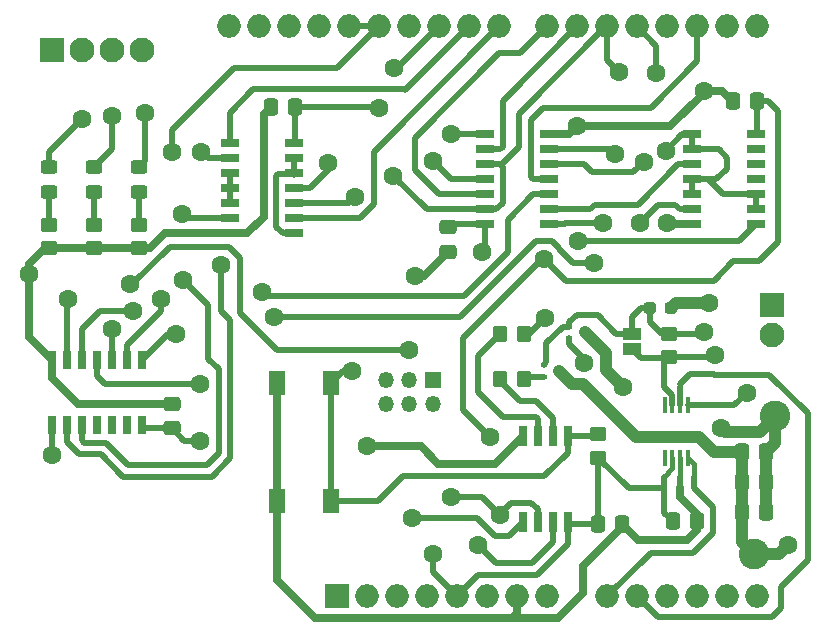
<source format=gbr>
%TF.GenerationSoftware,KiCad,Pcbnew,(6.0.5)*%
%TF.CreationDate,2022-06-24T11:28:33+01:00*%
%TF.ProjectId,Driver PCB,44726976-6572-4205-9043-422e6b696361,0*%
%TF.SameCoordinates,Original*%
%TF.FileFunction,Copper,L1,Top*%
%TF.FilePolarity,Positive*%
%FSLAX46Y46*%
G04 Gerber Fmt 4.6, Leading zero omitted, Abs format (unit mm)*
G04 Created by KiCad (PCBNEW (6.0.5)) date 2022-06-24 11:28:33*
%MOMM*%
%LPD*%
G01*
G04 APERTURE LIST*
G04 Aperture macros list*
%AMRoundRect*
0 Rectangle with rounded corners*
0 $1 Rounding radius*
0 $2 $3 $4 $5 $6 $7 $8 $9 X,Y pos of 4 corners*
0 Add a 4 corners polygon primitive as box body*
4,1,4,$2,$3,$4,$5,$6,$7,$8,$9,$2,$3,0*
0 Add four circle primitives for the rounded corners*
1,1,$1+$1,$2,$3*
1,1,$1+$1,$4,$5*
1,1,$1+$1,$6,$7*
1,1,$1+$1,$8,$9*
0 Add four rect primitives between the rounded corners*
20,1,$1+$1,$2,$3,$4,$5,0*
20,1,$1+$1,$4,$5,$6,$7,0*
20,1,$1+$1,$6,$7,$8,$9,0*
20,1,$1+$1,$8,$9,$2,$3,0*%
G04 Aperture macros list end*
%TA.AperFunction,ComponentPad*%
%ADD10R,2.000000X2.000000*%
%TD*%
%TA.AperFunction,ComponentPad*%
%ADD11O,2.000000X2.000000*%
%TD*%
%TA.AperFunction,SMDPad,CuDef*%
%ADD12C,0.500000*%
%TD*%
%TA.AperFunction,SMDPad,CuDef*%
%ADD13R,0.650000X1.550000*%
%TD*%
%TA.AperFunction,ComponentPad*%
%ADD14R,2.100000X2.100000*%
%TD*%
%TA.AperFunction,ComponentPad*%
%ADD15C,2.100000*%
%TD*%
%TA.AperFunction,SMDPad,CuDef*%
%ADD16RoundRect,0.250000X0.450000X-0.350000X0.450000X0.350000X-0.450000X0.350000X-0.450000X-0.350000X0*%
%TD*%
%TA.AperFunction,SMDPad,CuDef*%
%ADD17R,0.510000X0.400000*%
%TD*%
%TA.AperFunction,SMDPad,CuDef*%
%ADD18R,1.550000X0.650000*%
%TD*%
%TA.AperFunction,SMDPad,CuDef*%
%ADD19RoundRect,0.250000X-0.337500X-0.475000X0.337500X-0.475000X0.337500X0.475000X-0.337500X0.475000X0*%
%TD*%
%TA.AperFunction,SMDPad,CuDef*%
%ADD20RoundRect,0.250000X0.337500X0.475000X-0.337500X0.475000X-0.337500X-0.475000X0.337500X-0.475000X0*%
%TD*%
%TA.AperFunction,SMDPad,CuDef*%
%ADD21R,1.500000X1.000000*%
%TD*%
%TA.AperFunction,SMDPad,CuDef*%
%ADD22RoundRect,0.250000X-0.450000X0.350000X-0.450000X-0.350000X0.450000X-0.350000X0.450000X0.350000X0*%
%TD*%
%TA.AperFunction,ComponentPad*%
%ADD23R,1.350000X1.350000*%
%TD*%
%TA.AperFunction,ComponentPad*%
%ADD24O,1.350000X1.350000*%
%TD*%
%TA.AperFunction,SMDPad,CuDef*%
%ADD25RoundRect,0.250000X0.450000X-0.325000X0.450000X0.325000X-0.450000X0.325000X-0.450000X-0.325000X0*%
%TD*%
%TA.AperFunction,SMDPad,CuDef*%
%ADD26RoundRect,0.237500X0.287500X0.237500X-0.287500X0.237500X-0.287500X-0.237500X0.287500X-0.237500X0*%
%TD*%
%TA.AperFunction,SMDPad,CuDef*%
%ADD27R,0.650000X1.700000*%
%TD*%
%TA.AperFunction,SMDPad,CuDef*%
%ADD28RoundRect,0.250000X-0.475000X0.337500X-0.475000X-0.337500X0.475000X-0.337500X0.475000X0.337500X0*%
%TD*%
%TA.AperFunction,SMDPad,CuDef*%
%ADD29RoundRect,0.250000X0.475000X-0.337500X0.475000X0.337500X-0.475000X0.337500X-0.475000X-0.337500X0*%
%TD*%
%TA.AperFunction,SMDPad,CuDef*%
%ADD30RoundRect,0.250000X0.350000X0.450000X-0.350000X0.450000X-0.350000X-0.450000X0.350000X-0.450000X0*%
%TD*%
%TA.AperFunction,ComponentPad*%
%ADD31C,2.600000*%
%TD*%
%TA.AperFunction,SMDPad,CuDef*%
%ADD32R,1.400000X2.100000*%
%TD*%
%TA.AperFunction,SMDPad,CuDef*%
%ADD33R,0.450000X1.425000*%
%TD*%
%TA.AperFunction,ViaPad*%
%ADD34C,1.600000*%
%TD*%
%TA.AperFunction,Conductor*%
%ADD35C,0.500000*%
%TD*%
%TA.AperFunction,Conductor*%
%ADD36C,1.000000*%
%TD*%
%TA.AperFunction,Conductor*%
%ADD37C,0.650000*%
%TD*%
%TA.AperFunction,Conductor*%
%ADD38C,0.400000*%
%TD*%
%TA.AperFunction,Conductor*%
%ADD39C,0.250000*%
%TD*%
G04 APERTURE END LIST*
%TO.C,NT6*%
G36*
X149830600Y-96766000D02*
G01*
X149330600Y-96766000D01*
X149330600Y-95766000D01*
X149830600Y-95766000D01*
X149830600Y-96766000D01*
G37*
%TO.C,NT5*%
G36*
X151528400Y-89988200D02*
G01*
X150528400Y-89988200D01*
X150528400Y-89488200D01*
X151528400Y-89488200D01*
X151528400Y-89988200D01*
G37*
%TO.C,NT4*%
G36*
X147316000Y-88138000D02*
G01*
X146816000Y-88138000D01*
X146816000Y-87138000D01*
X147316000Y-87138000D01*
X147316000Y-88138000D01*
G37*
%TO.C,NT3*%
G36*
X151299800Y-87372000D02*
G01*
X150299800Y-87372000D01*
X150299800Y-86872000D01*
X151299800Y-86872000D01*
X151299800Y-87372000D01*
G37*
%TO.C,NT2*%
G36*
X148687600Y-96766000D02*
G01*
X148187600Y-96766000D01*
X148187600Y-95766000D01*
X148687600Y-95766000D01*
X148687600Y-96766000D01*
G37*
%TO.C,NT1*%
G36*
X147316000Y-96774000D02*
G01*
X146816000Y-96774000D01*
X146816000Y-95774000D01*
X147316000Y-95774000D01*
X147316000Y-96774000D01*
G37*
%TD*%
D10*
%TO.P,A1,1,NC*%
%TO.N,unconnected-(A1-Pad1)*%
X119380000Y-105918000D03*
D11*
%TO.P,A1,2,IOREF*%
%TO.N,unconnected-(A1-Pad2)*%
X121920000Y-105918000D03*
%TO.P,A1,3,~{RESET}*%
%TO.N,unconnected-(A1-Pad3)*%
X124460000Y-105918000D03*
%TO.P,A1,4,3V3*%
%TO.N,unconnected-(A1-Pad4)*%
X127000000Y-105918000D03*
%TO.P,A1,5,5V*%
%TO.N,D_5V*%
X129540000Y-105918000D03*
%TO.P,A1,6,GND*%
%TO.N,unconnected-(A1-Pad6)*%
X132080000Y-105918000D03*
%TO.P,A1,7,GND*%
%TO.N,D_GND*%
X134620000Y-105918000D03*
%TO.P,A1,8,Vin*%
%TO.N,unconnected-(A1-Pad8)*%
X137160000Y-105918000D03*
%TO.P,A1,9,IS_1*%
%TO.N,CURRENT_SENSE_OUT*%
X142240000Y-105918000D03*
%TO.P,A1,10,IS_2*%
%TO.N,CURRENT_SIGN_OUT*%
X144780000Y-105918000D03*
%TO.P,A1,11,A2*%
%TO.N,unconnected-(A1-Pad11)*%
X147320000Y-105918000D03*
%TO.P,A1,12,A3*%
%TO.N,unconnected-(A1-Pad12)*%
X149860000Y-105918000D03*
%TO.P,A1,13,A4*%
%TO.N,unconnected-(A1-Pad13)*%
X152400000Y-105918000D03*
%TO.P,A1,14,A5*%
%TO.N,unconnected-(A1-Pad14)*%
X154940000Y-105918000D03*
%TO.P,A1,15,D0/RX*%
%TO.N,unconnected-(A1-Pad15)*%
X154940000Y-57658000D03*
%TO.P,A1,16,D1/TX*%
%TO.N,unconnected-(A1-Pad16)*%
X152400000Y-57658000D03*
%TO.P,A1,17,D2*%
%TO.N,SUP_LED_2*%
X149860000Y-57658000D03*
%TO.P,A1,18,IN_1*%
%TO.N,unconnected-(A1-Pad18)*%
X147320000Y-57658000D03*
%TO.P,A1,19,D4*%
%TO.N,LOAD_INPUT*%
X144780000Y-57658000D03*
%TO.P,A1,20,D5*%
%TO.N,STUDENT_ENABLE*%
X142240000Y-57658000D03*
%TO.P,A1,21,D6*%
%TO.N,STU_LED_1*%
X139700000Y-57658000D03*
%TO.P,A1,22,D7*%
%TO.N,STU_LED_2*%
X137160000Y-57658000D03*
%TO.P,A1,23,D8*%
%TO.N,STU_LED_3*%
X133100000Y-57658000D03*
%TO.P,A1,24,D9*%
%TO.N,SUP_LED_3*%
X130560000Y-57658000D03*
%TO.P,A1,25,D10*%
%TO.N,SUP_LED_1*%
X128020000Y-57658000D03*
%TO.P,A1,26,IN_2*%
%TO.N,unconnected-(A1-Pad26)*%
X125480000Y-57658000D03*
%TO.P,A1,27,INH_1*%
%TO.N,DRIVE_INPUT*%
X122940000Y-57658000D03*
%TO.P,A1,28,INH_2*%
X120400000Y-57658000D03*
%TO.P,A1,29,GND*%
%TO.N,unconnected-(A1-Pad29)*%
X117860000Y-57658000D03*
%TO.P,A1,30,AREF*%
%TO.N,unconnected-(A1-Pad30)*%
X115320000Y-57658000D03*
%TO.P,A1,31,SDA/A4*%
%TO.N,unconnected-(A1-Pad31)*%
X112780000Y-57658000D03*
%TO.P,A1,32,SCL/A5*%
%TO.N,unconnected-(A1-Pad32)*%
X110240000Y-57658000D03*
%TD*%
D12*
%TO.P,NT6,1,1*%
%TO.N,Net-(IC5-Pad8)*%
X149580600Y-95766000D03*
%TO.P,NT6,2,2*%
%TO.N,CURRENT_SENSE_OUT*%
X149580600Y-96766000D03*
%TD*%
%TO.P,NT5,2,2*%
%TO.N,Net-(IC5-Pad1)*%
X150528400Y-89738200D03*
%TO.P,NT5,1,1*%
%TO.N,Net-(D4-Pad2)*%
X151528400Y-89738200D03*
%TD*%
%TO.P,NT4,2,2*%
%TO.N,Net-(IC5-Pad3)*%
X147066000Y-88138000D03*
%TO.P,NT4,1,1*%
%TO.N,Net-(J2-Pad2)*%
X147066000Y-87138000D03*
%TD*%
%TO.P,NT3,1,1*%
%TO.N,CURRENT_SIGN_OUT*%
X151299800Y-87122000D03*
%TO.P,NT3,2,2*%
%TO.N,Net-(IC5-Pad2)*%
X150299800Y-87122000D03*
%TD*%
%TO.P,NT2,2,2*%
%TO.N,D_GND*%
X148437600Y-96766000D03*
%TO.P,NT2,1,1*%
%TO.N,Net-(IC5-Pad7)*%
X148437600Y-95766000D03*
%TD*%
%TO.P,NT1,1,1*%
%TO.N,Net-(IC5-Pad6)*%
X147066000Y-95774000D03*
%TO.P,NT1,2,2*%
%TO.N,D_5V*%
X147066000Y-96774000D03*
%TD*%
D13*
%TO.P,IC4,1,A1*%
%TO.N,AND_SUP_LED_1*%
X102870000Y-85921000D03*
%TO.P,IC4,2,B1*%
%TO.N,AND_STU_LED_1*%
X101600000Y-85921000D03*
%TO.P,IC4,3,Y1*%
%TO.N,OR_OUT_1*%
X100330000Y-85921000D03*
%TO.P,IC4,4,A2*%
%TO.N,AND_SUP_LED_2*%
X99060000Y-85921000D03*
%TO.P,IC4,5,B2*%
%TO.N,AND_STU_LED_2*%
X97790000Y-85921000D03*
%TO.P,IC4,6,Y2*%
%TO.N,OR_OUT_2*%
X96520000Y-85921000D03*
%TO.P,IC4,7,GND*%
%TO.N,D_GND*%
X95250000Y-85921000D03*
%TO.P,IC4,8,Y3*%
%TO.N,OR_OUT_3*%
X95250000Y-91371000D03*
%TO.P,IC4,9,A3*%
%TO.N,AND_SUP_LED_3*%
X96520000Y-91371000D03*
%TO.P,IC4,10,B3*%
%TO.N,AND_STU_LED_3*%
X97790000Y-91371000D03*
%TO.P,IC4,11,Y4*%
%TO.N,unconnected-(IC4-Pad11)*%
X99060000Y-91371000D03*
%TO.P,IC4,12,A4*%
%TO.N,unconnected-(IC4-Pad12)*%
X100330000Y-91371000D03*
%TO.P,IC4,13,B4*%
%TO.N,unconnected-(IC4-Pad13)*%
X101600000Y-91371000D03*
%TO.P,IC4,14,VCC*%
%TO.N,D_5V*%
X102870000Y-91371000D03*
%TD*%
D14*
%TO.P,J2,1,Pin_1*%
%TO.N,DRIVE_GND*%
X156210000Y-81280000D03*
D15*
%TO.P,J2,2,Pin_2*%
%TO.N,Net-(J2-Pad2)*%
X156210000Y-83820000D03*
%TD*%
D16*
%TO.P,R3,2*%
%TO.N,Net-(D3-Pad1)*%
X94996000Y-74431000D03*
%TO.P,R3,1*%
%TO.N,D_GND*%
X94996000Y-76431000D03*
%TD*%
D17*
%TO.P,Q2,1,C*%
%TO.N,Net-(D4-Pad2)*%
X136870600Y-86317200D03*
%TO.P,Q2,2,B*%
%TO.N,Net-(Q2-Pad2)*%
X136870600Y-87317200D03*
%TO.P,Q2,3,E*%
%TO.N,DRIVE_GND*%
X138160600Y-86817200D03*
%TD*%
D14*
%TO.P,J4,1,Pin_1*%
%TO.N,D_GND*%
X95245000Y-59690000D03*
D15*
%TO.P,J4,2,Pin_2*%
%TO.N,OR_OUT_3*%
X97785000Y-59690000D03*
%TO.P,J4,3,Pin_3*%
%TO.N,OR_OUT_2*%
X100325000Y-59690000D03*
%TO.P,J4,4,Pin_4*%
%TO.N,OR_OUT_1*%
X102865000Y-59690000D03*
%TD*%
D18*
%TO.P,IC3,1,A1*%
%TO.N,STUDENT_ENABLE*%
X149421000Y-66802000D03*
%TO.P,IC3,2,B1*%
X149421000Y-68072000D03*
%TO.P,IC3,3,Y1*%
%TO.N,INV_1*%
X149421000Y-69342000D03*
%TO.P,IC3,4,A2*%
%TO.N,STUDENT_ENABLE*%
X149421000Y-70612000D03*
%TO.P,IC3,5,B2*%
X149421000Y-71882000D03*
%TO.P,IC3,6,Y2*%
%TO.N,INV_2*%
X149421000Y-73152000D03*
%TO.P,IC3,7,GND*%
%TO.N,D_GND*%
X149421000Y-74422000D03*
%TO.P,IC3,8,Y3*%
%TO.N,INV_3*%
X154871000Y-74422000D03*
%TO.P,IC3,9,A3*%
%TO.N,STUDENT_ENABLE*%
X154871000Y-73152000D03*
%TO.P,IC3,10,B3*%
X154871000Y-71882000D03*
%TO.P,IC3,11,Y4*%
%TO.N,unconnected-(IC3-Pad11)*%
X154871000Y-70612000D03*
%TO.P,IC3,12,A4*%
%TO.N,unconnected-(IC3-Pad12)*%
X154871000Y-69342000D03*
%TO.P,IC3,13,B4*%
%TO.N,unconnected-(IC3-Pad13)*%
X154871000Y-68072000D03*
%TO.P,IC3,14,VCC*%
%TO.N,D_5V*%
X154871000Y-66802000D03*
%TD*%
%TO.P,IC2,14,VCC*%
%TO.N,D_5V*%
X115755000Y-67564000D03*
%TO.P,IC2,13,B4*%
%TO.N,Net-(IC2-Pad12)*%
X115755000Y-68834000D03*
%TO.P,IC2,12,A4*%
X115755000Y-70104000D03*
%TO.P,IC2,11,Y4*%
%TO.N,AND_STU_LED_3*%
X115755000Y-71374000D03*
%TO.P,IC2,10,B3*%
%TO.N,STUDENT_ENABLE*%
X115755000Y-72644000D03*
%TO.P,IC2,9,A3*%
%TO.N,STU_LED_3*%
X115755000Y-73914000D03*
%TO.P,IC2,8,Y3*%
%TO.N,Net-(IC2-Pad12)*%
X115755000Y-75184000D03*
%TO.P,IC2,7,GND*%
%TO.N,D_GND*%
X110305000Y-75184000D03*
%TO.P,IC2,6,Y2*%
%TO.N,AND_SUP_LED_3*%
X110305000Y-73914000D03*
%TO.P,IC2,5,B2*%
%TO.N,Net-(IC2-Pad3)*%
X110305000Y-72644000D03*
%TO.P,IC2,4,A2*%
X110305000Y-71374000D03*
%TO.P,IC2,3,Y1*%
X110305000Y-70104000D03*
%TO.P,IC2,2,B1*%
%TO.N,INV_3*%
X110305000Y-68834000D03*
%TO.P,IC2,1,A1*%
%TO.N,SUP_LED_3*%
X110305000Y-67564000D03*
%TD*%
D19*
%TO.P,C8,2*%
%TO.N,D_GND*%
X143531500Y-99800500D03*
%TO.P,C8,1*%
%TO.N,D_5V*%
X141456500Y-99800500D03*
%TD*%
D17*
%TO.P,Q1,1,C*%
%TO.N,Net-(D4-Pad2)*%
X139055000Y-83066000D03*
%TO.P,Q1,2,B*%
%TO.N,Net-(Q1-Pad2)*%
X139055000Y-84066000D03*
%TO.P,Q1,3,E*%
%TO.N,DRIVE_5V*%
X140345000Y-83566000D03*
%TD*%
D16*
%TO.P,R2,1*%
%TO.N,D_GND*%
X98806000Y-76431000D03*
%TO.P,R2,2*%
%TO.N,Net-(D2-Pad1)*%
X98806000Y-74431000D03*
%TD*%
D20*
%TO.P,C3,1*%
%TO.N,DRIVE_5V*%
X155702000Y-98806000D03*
%TO.P,C3,2*%
%TO.N,DRIVE_GND*%
X153627000Y-98806000D03*
%TD*%
D21*
%TO.P,JP1,1,A*%
%TO.N,Net-(D4-Pad2)*%
X144345739Y-83668761D03*
%TO.P,JP1,2,B*%
%TO.N,Net-(J2-Pad2)*%
X144345739Y-84968761D03*
%TD*%
D22*
%TO.P,R7,1*%
%TO.N,Net-(D4-Pad2)*%
X147520739Y-83668761D03*
%TO.P,R7,2*%
%TO.N,Net-(J2-Pad2)*%
X147520739Y-85668761D03*
%TD*%
D19*
%TO.P,C9,2*%
%TO.N,D_GND*%
X149860000Y-99568000D03*
%TO.P,C9,1*%
%TO.N,D_5V*%
X147785000Y-99568000D03*
%TD*%
D23*
%TO.P,J1,1,MISO*%
%TO.N,LOAD_INPUT*%
X127508000Y-87630000D03*
D24*
%TO.P,J1,2,VCC*%
%TO.N,D_5V*%
X127508000Y-89630000D03*
%TO.P,J1,3,SCK*%
%TO.N,DRIVE_INPUT*%
X125508000Y-87630000D03*
%TO.P,J1,4,MOSI*%
%TO.N,Net-(J1-Pad4)*%
X125508000Y-89630000D03*
%TO.P,J1,5,~{RST}*%
%TO.N,Net-(J1-Pad5)*%
X123508000Y-87630000D03*
%TO.P,J1,6,GND*%
%TO.N,D_GND*%
X123508000Y-89630000D03*
%TD*%
D25*
%TO.P,D1,1,K*%
%TO.N,Net-(D1-Pad1)*%
X102616000Y-71646000D03*
%TO.P,D1,2,A*%
%TO.N,OR_OUT_1*%
X102616000Y-69596000D03*
%TD*%
D20*
%TO.P,C2,1*%
%TO.N,DRIVE_5V*%
X155702000Y-96266000D03*
%TO.P,C2,2*%
%TO.N,DRIVE_GND*%
X153627000Y-96266000D03*
%TD*%
D25*
%TO.P,D3,1,K*%
%TO.N,Net-(D3-Pad1)*%
X94996000Y-71646000D03*
%TO.P,D3,2,A*%
%TO.N,OR_OUT_3*%
X94996000Y-69596000D03*
%TD*%
D26*
%TO.P,D4,1,A*%
%TO.N,DRIVE_GND*%
X147645000Y-81507022D03*
%TO.P,D4,2,K*%
%TO.N,Net-(D4-Pad2)*%
X145895000Y-81507022D03*
%TD*%
D22*
%TO.P,R6,2*%
%TO.N,D_5V*%
X141478000Y-94180500D03*
%TO.P,R6,1*%
%TO.N,Net-(J1-Pad5)*%
X141478000Y-92180500D03*
%TD*%
D25*
%TO.P,D2,1,K*%
%TO.N,Net-(D2-Pad1)*%
X98806000Y-71646000D03*
%TO.P,D2,2,A*%
%TO.N,OR_OUT_2*%
X98806000Y-69596000D03*
%TD*%
D20*
%TO.P,C5,1*%
%TO.N,D_5V*%
X115824000Y-64516000D03*
%TO.P,C5,2*%
%TO.N,D_GND*%
X113749000Y-64516000D03*
%TD*%
D27*
%TO.P,U10,8,VCC*%
%TO.N,D_5V*%
X138938000Y-99640500D03*
%TO.P,U10,7,PB2*%
%TO.N,DRIVE_INPUT*%
X137668000Y-99640500D03*
%TO.P,U10,6,PB1*%
%TO.N,LOAD_INPUT*%
X136398000Y-99640500D03*
%TO.P,U10,5,AREF/PB0*%
%TO.N,Net-(J1-Pad4)*%
X135128000Y-99640500D03*
%TO.P,U10,4,GND*%
%TO.N,D_GND*%
X135128000Y-92340500D03*
%TO.P,U10,3,XTAL2/PB4*%
%TO.N,DRIVE_MCU*%
X136398000Y-92340500D03*
%TO.P,U10,2,XTAL1/PB3*%
%TO.N,LOAD_MCU*%
X137668000Y-92340500D03*
%TO.P,U10,1,~{RESET}/PB5*%
%TO.N,Net-(J1-Pad5)*%
X138938000Y-92340500D03*
%TD*%
D28*
%TO.P,C4,1*%
%TO.N,D_5V*%
X128778000Y-74676000D03*
%TO.P,C4,2*%
%TO.N,D_GND*%
X128778000Y-76751000D03*
%TD*%
D29*
%TO.P,C7,1*%
%TO.N,D_5V*%
X105410000Y-91694000D03*
%TO.P,C7,2*%
%TO.N,D_GND*%
X105410000Y-89619000D03*
%TD*%
D30*
%TO.P,R5,2*%
%TO.N,LOAD_MCU*%
X133185739Y-87478761D03*
%TO.P,R5,1*%
%TO.N,Net-(Q2-Pad2)*%
X135185739Y-87478761D03*
%TD*%
%TO.P,R4,2*%
%TO.N,DRIVE_MCU*%
X133185739Y-83668761D03*
%TO.P,R4,1*%
%TO.N,Net-(Q1-Pad2)*%
X135185739Y-83668761D03*
%TD*%
D31*
%TO.P,J7,1,Pin_1*%
%TO.N,DRIVE_5V*%
X156464000Y-90678000D03*
%TD*%
%TO.P,J5,1,Pin_1*%
%TO.N,DRIVE_GND*%
X154686000Y-102362000D03*
%TD*%
D20*
%TO.P,C1,1*%
%TO.N,DRIVE_5V*%
X155702000Y-93726000D03*
%TO.P,C1,2*%
%TO.N,DRIVE_GND*%
X153627000Y-93726000D03*
%TD*%
D32*
%TO.P,SW1,1,1*%
%TO.N,D_GND*%
X114336000Y-97876000D03*
X114336000Y-87876000D03*
%TO.P,SW1,2,2*%
%TO.N,Net-(J1-Pad5)*%
X118836000Y-97876000D03*
X118836000Y-87876000D03*
%TD*%
D16*
%TO.P,R1,1*%
%TO.N,D_GND*%
X102616000Y-76431000D03*
%TO.P,R1,2*%
%TO.N,Net-(D1-Pad1)*%
X102616000Y-74431000D03*
%TD*%
D20*
%TO.P,C6,1*%
%TO.N,D_5V*%
X154940000Y-64008000D03*
%TO.P,C6,2*%
%TO.N,D_GND*%
X152865000Y-64008000D03*
%TD*%
D18*
%TO.P,IC1,1,1A*%
%TO.N,SUP_LED_1*%
X137323500Y-74422000D03*
%TO.P,IC1,2,1B*%
%TO.N,INV_1*%
X137323500Y-73152000D03*
%TO.P,IC1,3,1Y*%
%TO.N,AND_SUP_LED_1*%
X137323500Y-71882000D03*
%TO.P,IC1,4,2A*%
%TO.N,SUP_LED_2*%
X137323500Y-70612000D03*
%TO.P,IC1,5,2B*%
%TO.N,INV_2*%
X137323500Y-69342000D03*
%TO.P,IC1,6,2Y*%
%TO.N,AND_SUP_LED_2*%
X137323500Y-68072000D03*
%TO.P,IC1,7,GND*%
%TO.N,D_GND*%
X137323500Y-66802000D03*
%TO.P,IC1,8,3Y*%
%TO.N,AND_STU_LED_1*%
X131873500Y-66802000D03*
%TO.P,IC1,9,3A*%
%TO.N,STU_LED_1*%
X131873500Y-68072000D03*
%TO.P,IC1,10,3B*%
%TO.N,STUDENT_ENABLE*%
X131873500Y-69342000D03*
%TO.P,IC1,11,4Y*%
%TO.N,AND_STU_LED_2*%
X131873500Y-70612000D03*
%TO.P,IC1,12,4A*%
%TO.N,STU_LED_2*%
X131873500Y-71882000D03*
%TO.P,IC1,13,4B*%
%TO.N,STUDENT_ENABLE*%
X131873500Y-73152000D03*
%TO.P,IC1,14,VCC*%
%TO.N,D_5V*%
X131873500Y-74422000D03*
%TD*%
D33*
%TO.P,IC5,1,RS-*%
%TO.N,Net-(IC5-Pad1)*%
X149057000Y-89736000D03*
%TO.P,IC5,2,SIGN*%
%TO.N,Net-(IC5-Pad2)*%
X148407000Y-89736000D03*
%TO.P,IC5,3,RS+*%
%TO.N,Net-(IC5-Pad3)*%
X147757000Y-89736000D03*
%TO.P,IC5,4,N.C._1*%
%TO.N,unconnected-(IC5-Pad4)*%
X147107000Y-89736000D03*
%TO.P,IC5,5,N.C._2*%
%TO.N,unconnected-(IC5-Pad5)*%
X147107000Y-94160000D03*
%TO.P,IC5,6,VCC*%
%TO.N,Net-(IC5-Pad6)*%
X147757000Y-94160000D03*
%TO.P,IC5,7,GND*%
%TO.N,Net-(IC5-Pad7)*%
X148407000Y-94160000D03*
%TO.P,IC5,8,OUT*%
%TO.N,Net-(IC5-Pad8)*%
X149057000Y-94160000D03*
%TD*%
D34*
%TO.N,AND_SUP_LED_2*%
X141170056Y-77673100D03*
X114077392Y-82301992D03*
%TO.N,D_GND*%
X150418800Y-63093600D03*
X139700000Y-66116200D03*
%TO.N,Net-(Q1-Pad2)*%
X136982200Y-82346800D03*
X140284200Y-86131400D03*
%TO.N,DRIVE_INPUT*%
X125476000Y-85090000D03*
%TO.N,D_5V*%
X132359500Y-92456000D03*
%TO.N,D_GND*%
X147329881Y-74295100D03*
%TO.N,DRIVE_5V*%
X143586200Y-88214200D03*
X151880322Y-91622153D03*
%TO.N,DRIVE_GND*%
X157558500Y-101600000D03*
%TO.N,Net-(D4-Pad2)*%
X154051000Y-88696800D03*
X150421671Y-83503497D03*
%TO.N,DRIVE_INPUT*%
X101879500Y-79502000D03*
X105410000Y-68326000D03*
%TO.N,INV_3*%
X107900917Y-68307181D03*
%TO.N,LOAD_INPUT*%
X133157377Y-99056711D03*
X146405600Y-61595000D03*
%TO.N,D_5V*%
X107794088Y-92731988D03*
%TO.N,Net-(J1-Pad5)*%
X120615406Y-86818900D03*
%TO.N,LOAD_INPUT*%
X129057500Y-97536000D03*
%TO.N,DRIVE_INPUT*%
X131318000Y-101600000D03*
%TO.N,D_GND*%
X121920000Y-93218000D03*
%TO.N,D_5V*%
X127508000Y-102362000D03*
%TO.N,Net-(J1-Pad4)*%
X125730000Y-99314000D03*
%TO.N,Net-(J2-Pad2)*%
X151343423Y-85480322D03*
%TO.N,DRIVE_GND*%
X150878431Y-81057390D03*
%TO.N,D_GND*%
X125984000Y-78789100D03*
%TO.N,D_5V*%
X136933074Y-77366799D03*
X122936000Y-64590980D03*
X131652924Y-76788924D03*
%TO.N,AND_STU_LED_1*%
X129032000Y-66802000D03*
X104454605Y-80724442D03*
%TO.N,AND_STU_LED_3*%
X118603208Y-69179383D03*
X106371642Y-79167862D03*
%TO.N,AND_SUP_LED_1*%
X105754345Y-83703230D03*
X113049946Y-80182346D03*
%TO.N,AND_SUP_LED_2*%
X142890618Y-68426500D03*
X107797500Y-87934800D03*
%TO.N,AND_SUP_LED_3*%
X106242710Y-73559500D03*
X109561219Y-77874900D03*
%TO.N,INV_3*%
X139759733Y-75844600D03*
%TO.N,SUP_LED_1*%
X141888021Y-74295100D03*
X124206000Y-61214000D03*
%TO.N,AND_STU_LED_2*%
X127517020Y-69088000D03*
X102108000Y-81788000D03*
%TO.N,STUDENT_ENABLE*%
X124130848Y-70282848D03*
X120929400Y-72085200D03*
%TO.N,OR_OUT_2*%
X96570900Y-80772000D03*
%TO.N,OR_OUT_3*%
X95260813Y-93925290D03*
%TO.N,OR_OUT_1*%
X100330000Y-83312000D03*
%TO.N,D_GND*%
X93319600Y-78638400D03*
%TO.N,OR_OUT_1*%
X103124000Y-65024000D03*
%TO.N,OR_OUT_2*%
X100330000Y-65278000D03*
%TO.N,OR_OUT_3*%
X97790000Y-65532000D03*
%TO.N,STUDENT_ENABLE*%
X143234033Y-61483989D03*
X147236447Y-68191720D03*
%TO.N,INV_2*%
X145347751Y-69108636D03*
X145041585Y-74295100D03*
%TD*%
D35*
%TO.N,DRIVE_INPUT*%
X110642400Y-61214000D02*
X105410000Y-66446400D01*
X119384000Y-61214000D02*
X110642400Y-61214000D01*
X122940000Y-57658000D02*
X119384000Y-61214000D01*
X105410000Y-66446400D02*
X105410000Y-68326000D01*
%TO.N,STUDENT_ENABLE*%
X133346056Y-69342000D02*
X131873500Y-69342000D01*
X134799469Y-67888587D02*
X133346056Y-69342000D01*
X142174183Y-57658000D02*
X134799469Y-65032714D01*
X142240000Y-57658000D02*
X142174183Y-57658000D01*
X134799469Y-65032714D02*
X134799469Y-67888587D01*
%TO.N,AND_SUP_LED_3*%
X96520000Y-92843556D02*
X96520000Y-91371000D01*
X97571474Y-93895030D02*
X96520000Y-92843556D01*
X99364909Y-93895031D02*
X97571474Y-93895030D01*
X101253278Y-95783400D02*
X99364909Y-93895031D01*
X108753922Y-95783400D02*
X101253278Y-95783400D01*
X110346511Y-94190811D02*
X108753922Y-95783400D01*
X110346511Y-82517138D02*
X110346511Y-94190811D01*
X109561219Y-81731846D02*
X110346511Y-82517138D01*
X109561219Y-77874900D02*
X109561219Y-81731846D01*
%TO.N,AND_STU_LED_3*%
X97985489Y-92895511D02*
X97790000Y-92700022D01*
X108339911Y-94783889D02*
X101667289Y-94783889D01*
X108487779Y-85784379D02*
X109347000Y-86643600D01*
X97790000Y-92700022D02*
X97790000Y-91371000D01*
X106371642Y-79167862D02*
X108487779Y-81283999D01*
X108487779Y-81283999D02*
X108487779Y-85784379D01*
X101667289Y-94783889D02*
X99778911Y-92895511D01*
X109347000Y-86643600D02*
X109347000Y-93776800D01*
X99778911Y-92895511D02*
X97985489Y-92895511D01*
X109347000Y-93776800D02*
X108339911Y-94783889D01*
%TO.N,D_5V*%
X106447988Y-92731988D02*
X107794088Y-92731988D01*
X105410000Y-91694000D02*
X106447988Y-92731988D01*
%TO.N,AND_SUP_LED_2*%
X99744778Y-87934800D02*
X107797500Y-87934800D01*
X99060000Y-87250022D02*
X99744778Y-87934800D01*
X99060000Y-85921000D02*
X99060000Y-87250022D01*
%TO.N,STUDENT_ENABLE*%
X151485600Y-70612000D02*
X150750022Y-70612000D01*
X152374600Y-69723000D02*
X151485600Y-70612000D01*
X152374600Y-68757800D02*
X152374600Y-69723000D01*
X151688800Y-68072000D02*
X152374600Y-68757800D01*
X149421000Y-68072000D02*
X151688800Y-68072000D01*
%TO.N,D_5V*%
X138788875Y-79222600D02*
X136933074Y-77366799D01*
X151257000Y-79222600D02*
X138788875Y-79222600D01*
X156718000Y-64820800D02*
X156718000Y-75946000D01*
X156718000Y-75946000D02*
X155117800Y-77546200D01*
X155905200Y-64008000D02*
X156718000Y-64820800D01*
X154940000Y-64008000D02*
X155905200Y-64008000D01*
X155117800Y-77546200D02*
X152933400Y-77546200D01*
X152933400Y-77546200D02*
X151257000Y-79222600D01*
%TO.N,AND_SUP_LED_2*%
X139396907Y-77673100D02*
X141170056Y-77673100D01*
X138210232Y-76486425D02*
X139396907Y-77673100D01*
X138210232Y-76435625D02*
X138210232Y-76486425D01*
X137591906Y-75817299D02*
X138210232Y-76435625D01*
X114148102Y-82231282D02*
X129815413Y-82231282D01*
X114077392Y-82301992D02*
X114148102Y-82231282D01*
X129815413Y-82231282D02*
X136229396Y-75817299D01*
X136229396Y-75817299D02*
X137591906Y-75817299D01*
D36*
%TO.N,DRIVE_GND*%
X147645000Y-81507022D02*
X148094632Y-81057390D01*
X148094632Y-81057390D02*
X150878431Y-81057390D01*
D35*
%TO.N,DRIVE_INPUT*%
X111174099Y-77249365D02*
X111174099Y-81931204D01*
X111174099Y-81931204D02*
X114332895Y-85090000D01*
X114332895Y-85090000D02*
X125476000Y-85090000D01*
X110250134Y-76325400D02*
X111174099Y-77249365D01*
X105197522Y-76325400D02*
X110250134Y-76325400D01*
X101879500Y-79502000D02*
X102020922Y-79502000D01*
X102020922Y-79502000D02*
X105197522Y-76325400D01*
D37*
%TO.N,D_GND*%
X103572334Y-76431000D02*
X104819334Y-75184000D01*
X104819334Y-75184000D02*
X110305000Y-75184000D01*
X102616000Y-76431000D02*
X103572334Y-76431000D01*
D35*
%TO.N,AND_SUP_LED_3*%
X106597210Y-73914000D02*
X106242710Y-73559500D01*
X110305000Y-73914000D02*
X106597210Y-73914000D01*
%TO.N,INV_1*%
X144871023Y-72745599D02*
X148274622Y-69342000D01*
X141246196Y-72745599D02*
X144871023Y-72745599D01*
X140839795Y-73152000D02*
X141246196Y-72745599D01*
X137323500Y-73152000D02*
X140839795Y-73152000D01*
%TO.N,SUP_LED_1*%
X137323500Y-74422000D02*
X138598500Y-74422000D01*
%TO.N,INV_1*%
X148274622Y-69342000D02*
X149421000Y-69342000D01*
%TO.N,SUP_LED_1*%
X138598500Y-74422000D02*
X138725400Y-74295100D01*
X138725400Y-74295100D02*
X141888021Y-74295100D01*
%TO.N,INV_3*%
X153448400Y-75844600D02*
X139759733Y-75844600D01*
X154871000Y-74422000D02*
X153448400Y-75844600D01*
%TO.N,INV_2*%
X147971706Y-72745599D02*
X146591086Y-72745599D01*
D37*
%TO.N,D_GND*%
X147456781Y-74422000D02*
X147329881Y-74295100D01*
X149421000Y-74422000D02*
X147456781Y-74422000D01*
D35*
%TO.N,INV_2*%
X146591086Y-72745599D02*
X145041585Y-74295100D01*
X149421000Y-73152000D02*
X148378107Y-73152000D01*
X148378107Y-73152000D02*
X147971706Y-72745599D01*
%TO.N,Net-(IC5-Pad3)*%
X147757000Y-88871800D02*
X147066000Y-88180800D01*
%TO.N,Net-(D4-Pad2)*%
X153009600Y-89738200D02*
X154051000Y-88696800D01*
X151528400Y-89738200D02*
X153009600Y-89738200D01*
%TO.N,Net-(IC5-Pad1)*%
X149057000Y-89736000D02*
X150526200Y-89736000D01*
%TO.N,Net-(D4-Pad2)*%
X146889361Y-83668761D02*
X147520739Y-83668761D01*
X145895000Y-82674400D02*
X146889361Y-83668761D01*
X145895000Y-81507022D02*
X145895000Y-82674400D01*
X145086378Y-81507022D02*
X144345739Y-82247661D01*
X145895000Y-81507022D02*
X145086378Y-81507022D01*
X144345739Y-82247661D02*
X144345739Y-83668761D01*
%TO.N,Net-(IC5-Pad2)*%
X149250400Y-87122000D02*
X150299800Y-87122000D01*
X148407000Y-87965400D02*
X149250400Y-87122000D01*
%TO.N,CURRENT_SIGN_OUT*%
X155964000Y-87130000D02*
X151282400Y-87130000D01*
%TO.N,Net-(J2-Pad2)*%
X151154984Y-85668761D02*
X151343423Y-85480322D01*
X147520739Y-85668761D02*
X151154984Y-85668761D01*
%TO.N,Net-(IC5-Pad3)*%
X147757000Y-89736000D02*
X147757000Y-88871800D01*
%TO.N,Net-(D4-Pad2)*%
X150256407Y-83668761D02*
X150421671Y-83503497D01*
X147520739Y-83668761D02*
X150256407Y-83668761D01*
%TO.N,D_5V*%
X131873500Y-76568348D02*
X131652924Y-76788924D01*
%TO.N,AND_SUP_LED_1*%
X130165973Y-80467200D02*
X113334800Y-80467200D01*
X135994478Y-71882000D02*
X133858000Y-74018478D01*
X113334800Y-80467200D02*
X113049946Y-80182346D01*
X137323500Y-71882000D02*
X135994478Y-71882000D01*
X133858000Y-76775173D02*
X130165973Y-80467200D01*
%TO.N,D_5V*%
X131873500Y-74422000D02*
X131873500Y-76568348D01*
%TO.N,AND_SUP_LED_1*%
X133858000Y-74018478D02*
X133858000Y-76775173D01*
%TO.N,STU_LED_3*%
X122478901Y-68279099D02*
X133100000Y-57658000D01*
X122478901Y-72727025D02*
X122478901Y-68279099D01*
X115755000Y-73914000D02*
X121291926Y-73914000D01*
%TO.N,STUDENT_ENABLE*%
X120370600Y-72644000D02*
X120929400Y-72085200D01*
X115755000Y-72644000D02*
X120370600Y-72644000D01*
%TO.N,STU_LED_3*%
X121291926Y-73914000D02*
X122478901Y-72727025D01*
D36*
%TO.N,DRIVE_GND*%
X139274301Y-87930901D02*
X138160600Y-86817200D01*
X140204101Y-87930901D02*
X139274301Y-87930901D01*
X144721189Y-92447989D02*
X140204101Y-87930901D01*
X150000991Y-92447989D02*
X144721189Y-92447989D01*
X153627000Y-93726000D02*
X151279002Y-93726000D01*
X151279002Y-93726000D02*
X150000991Y-92447989D01*
D35*
%TO.N,Net-(D4-Pad2)*%
X143003161Y-83668761D02*
X144345739Y-83668761D01*
X141452600Y-82118200D02*
X143003161Y-83668761D01*
X139654600Y-82118200D02*
X141452600Y-82118200D01*
X139055000Y-82717800D02*
X139654600Y-82118200D01*
X139055000Y-83066000D02*
X139055000Y-82717800D01*
%TO.N,Net-(J2-Pad2)*%
X147489900Y-85699600D02*
X147520739Y-85668761D01*
X145076578Y-85699600D02*
X147489900Y-85699600D01*
X144345739Y-84968761D02*
X145076578Y-85699600D01*
%TO.N,Net-(D4-Pad2)*%
X138498200Y-83066000D02*
X139055000Y-83066000D01*
X137083800Y-86104000D02*
X137083800Y-84480400D01*
X136870600Y-86317200D02*
X137083800Y-86104000D01*
X137083800Y-84480400D02*
X138498200Y-83066000D01*
%TO.N,Net-(Q1-Pad2)*%
X135660239Y-83668761D02*
X136982200Y-82346800D01*
X135185739Y-83668761D02*
X135660239Y-83668761D01*
X140284200Y-85775800D02*
X140284200Y-86131400D01*
X139055000Y-84546600D02*
X140284200Y-85775800D01*
X139055000Y-84066000D02*
X139055000Y-84546600D01*
%TO.N,STUDENT_ENABLE*%
X142240000Y-60489956D02*
X143234033Y-61483989D01*
X142240000Y-57658000D02*
X142240000Y-60489956D01*
%TO.N,SUP_LED_2*%
X149860000Y-60623234D02*
X149860000Y-57658000D01*
X145940133Y-64543101D02*
X149860000Y-60623234D01*
X136853499Y-64543101D02*
X145940133Y-64543101D01*
X135798989Y-70416511D02*
X135798989Y-65597611D01*
X135994478Y-70612000D02*
X135798989Y-70416511D01*
X137323500Y-70612000D02*
X135994478Y-70612000D01*
%TO.N,LOAD_INPUT*%
X146405600Y-59283600D02*
X146405600Y-61595000D01*
X144780000Y-57658000D02*
X146405600Y-59283600D01*
%TO.N,SUP_LED_2*%
X135798989Y-65597611D02*
X136853499Y-64543101D01*
D37*
%TO.N,D_GND*%
X143531500Y-99800500D02*
X144889889Y-101158889D01*
D35*
%TO.N,CURRENT_SENSE_OUT*%
X151197020Y-98382420D02*
X149580600Y-96766000D01*
D37*
%TO.N,D_GND*%
X144889889Y-101158889D02*
X149031111Y-101158889D01*
X149031111Y-101158889D02*
X149860000Y-100330000D01*
D35*
%TO.N,CURRENT_SENSE_OUT*%
X149476188Y-102233400D02*
X151197020Y-100512568D01*
X151197020Y-100512568D02*
X151197020Y-98382420D01*
X145924600Y-102233400D02*
X149476188Y-102233400D01*
X142240000Y-105918000D02*
X145924600Y-102233400D01*
D37*
%TO.N,D_GND*%
X149860000Y-100330000D02*
X149860000Y-99568000D01*
D36*
%TO.N,DRIVE_5V*%
X142134501Y-86762501D02*
X143586200Y-88214200D01*
X142134501Y-85300501D02*
X142134501Y-86762501D01*
X140400000Y-83566000D02*
X142134501Y-85300501D01*
X140345000Y-83566000D02*
X140400000Y-83566000D01*
X155164000Y-91978000D02*
X152236169Y-91978000D01*
X152236169Y-91978000D02*
X151880322Y-91622153D01*
X156464000Y-90678000D02*
X155164000Y-91978000D01*
D35*
%TO.N,CURRENT_SIGN_OUT*%
X146529511Y-107667511D02*
X144780000Y-105918000D01*
X156238489Y-107667511D02*
X146529511Y-107667511D01*
X156972000Y-106934000D02*
X156238489Y-107667511D01*
X156972000Y-105156000D02*
X156972000Y-106934000D01*
X159258000Y-102870000D02*
X156972000Y-105156000D01*
X159258000Y-90424000D02*
X159258000Y-102870000D01*
X155964000Y-87130000D02*
X159258000Y-90424000D01*
%TO.N,OR_OUT_2*%
X96520000Y-80822900D02*
X96570900Y-80772000D01*
X96520000Y-85921000D02*
X96520000Y-80822900D01*
%TO.N,AND_SUP_LED_1*%
X102870000Y-85921000D02*
X105087770Y-83703230D01*
%TO.N,AND_STU_LED_1*%
X104454605Y-81737373D02*
X104454605Y-80724442D01*
X101600000Y-84591978D02*
X104454605Y-81737373D01*
%TO.N,STUDENT_ENABLE*%
X131873500Y-73152000D02*
X127000000Y-73152000D01*
%TO.N,AND_STU_LED_3*%
X118603208Y-69854814D02*
X118603208Y-69179383D01*
X115755000Y-71374000D02*
X117084022Y-71374000D01*
X117084022Y-71374000D02*
X118603208Y-69854814D01*
%TO.N,OR_OUT_3*%
X95250000Y-91371000D02*
X95250000Y-93914477D01*
X95250000Y-93914477D02*
X95260813Y-93925290D01*
%TO.N,STUDENT_ENABLE*%
X127000000Y-73152000D02*
X124130848Y-70282848D01*
%TO.N,AND_SUP_LED_1*%
X105087770Y-83703230D02*
X105754345Y-83703230D01*
%TO.N,AND_STU_LED_1*%
X101600000Y-85921000D02*
X101600000Y-84591978D01*
%TO.N,INV_2*%
X140953537Y-69976011D02*
X144480376Y-69976011D01*
X140319526Y-69342000D02*
X140953537Y-69976011D01*
X137323500Y-69342000D02*
X140319526Y-69342000D01*
%TO.N,D_5V*%
X136729801Y-77366799D02*
X136933074Y-77366799D01*
X132359500Y-92456000D02*
X130048000Y-90144500D01*
X130048000Y-84048600D02*
X136729801Y-77366799D01*
%TO.N,STUDENT_ENABLE*%
X148626167Y-66802000D02*
X147236447Y-68191720D01*
X149421000Y-66802000D02*
X148626167Y-66802000D01*
%TO.N,D_5V*%
X130048000Y-90144500D02*
X130048000Y-84048600D01*
%TO.N,INV_2*%
X144480376Y-69976011D02*
X145347751Y-69108636D01*
D37*
%TO.N,D_GND*%
X150418800Y-63296800D02*
X150418800Y-63093600D01*
X147599400Y-66116200D02*
X150418800Y-63296800D01*
X151950600Y-63093600D02*
X150418800Y-63093600D01*
X152865000Y-64008000D02*
X151950600Y-63093600D01*
X139700000Y-66116200D02*
X147599400Y-66116200D01*
X94676400Y-76431000D02*
X93319600Y-77787800D01*
X93319600Y-77787800D02*
X93319600Y-78638400D01*
X95250000Y-85921000D02*
X93319600Y-83990600D01*
X93319600Y-83990600D02*
X93319600Y-78638400D01*
X94996000Y-76431000D02*
X94676400Y-76431000D01*
X126739900Y-78789100D02*
X125984000Y-78789100D01*
X128778000Y-76751000D02*
X126739900Y-78789100D01*
X137323500Y-66802000D02*
X139014200Y-66802000D01*
X139014200Y-66802000D02*
X139700000Y-66116200D01*
D38*
%TO.N,Net-(IC5-Pad8)*%
X149580600Y-94683600D02*
X149057000Y-94160000D01*
X149580600Y-95766000D02*
X149580600Y-94683600D01*
D35*
%TO.N,Net-(Q2-Pad2)*%
X135347300Y-87317200D02*
X135185739Y-87478761D01*
X136870600Y-87317200D02*
X135347300Y-87317200D01*
D36*
%TO.N,DRIVE_GND*%
X154686000Y-102362000D02*
X156796500Y-102362000D01*
X156796500Y-102362000D02*
X157558500Y-101600000D01*
X153627000Y-101303000D02*
X153627000Y-98806000D01*
X154686000Y-102362000D02*
X153627000Y-101303000D01*
X153627000Y-96266000D02*
X153627000Y-98806000D01*
X153627000Y-93726000D02*
X153627000Y-96266000D01*
%TO.N,DRIVE_5V*%
X155702000Y-96266000D02*
X155702000Y-98806000D01*
X155702000Y-93726000D02*
X155702000Y-96266000D01*
X156464000Y-90678000D02*
X156464000Y-92964000D01*
X156464000Y-92964000D02*
X155702000Y-93726000D01*
D37*
%TO.N,D_GND*%
X149860000Y-98958400D02*
X148437600Y-97536000D01*
X149860000Y-99568000D02*
X149860000Y-98958400D01*
X148437600Y-97536000D02*
X148437600Y-96766000D01*
D35*
%TO.N,Net-(J1-Pad5)*%
X118836000Y-87876000D02*
X119893100Y-86818900D01*
X119893100Y-86818900D02*
X120615406Y-86818900D01*
%TO.N,Net-(IC5-Pad2)*%
X148407000Y-89736000D02*
X148407000Y-88150200D01*
%TO.N,Net-(J2-Pad2)*%
X147520739Y-85668761D02*
X147066000Y-86123500D01*
X147066000Y-86123500D02*
X147066000Y-87180800D01*
D38*
%TO.N,Net-(IC5-Pad7)*%
X148407000Y-95735400D02*
X148407000Y-94160000D01*
D39*
X148437600Y-95766000D02*
X148407000Y-95735400D01*
D37*
%TO.N,D_GND*%
X126482040Y-93218000D02*
X127947520Y-94683480D01*
X132785020Y-94683480D02*
X127947520Y-94683480D01*
X121920000Y-93218000D02*
X126482040Y-93218000D01*
D35*
%TO.N,LOAD_INPUT*%
X133157377Y-99056711D02*
X133157377Y-98937101D01*
X133157377Y-98937101D02*
X134126678Y-97967800D01*
X135813800Y-97967800D02*
X136398000Y-98552000D01*
X134126678Y-97967800D02*
X135813800Y-97967800D01*
X136398000Y-98552000D02*
X136398000Y-99640500D01*
X131636666Y-97536000D02*
X133157377Y-99056711D01*
X129057500Y-97536000D02*
X131636666Y-97536000D01*
%TO.N,Net-(J1-Pad4)*%
X133930500Y-100838000D02*
X135128000Y-99640500D01*
X132747341Y-100838000D02*
X133930500Y-100838000D01*
X131223341Y-99314000D02*
X132747341Y-100838000D01*
X125730000Y-99314000D02*
X131223341Y-99314000D01*
D37*
%TO.N,D_GND*%
X135128000Y-92340500D02*
X132785020Y-94683480D01*
D35*
%TO.N,INV_3*%
X108427736Y-68834000D02*
X110305000Y-68834000D01*
X107900917Y-68307181D02*
X108427736Y-68834000D01*
%TO.N,SUP_LED_3*%
X125127040Y-62992000D02*
X125176520Y-63041480D01*
X112268000Y-62992000D02*
X125127040Y-62992000D01*
X110305000Y-64955000D02*
X112268000Y-62992000D01*
X110305000Y-67564000D02*
X110305000Y-64955000D01*
X130560000Y-57658000D02*
X125176520Y-63041480D01*
D37*
%TO.N,D_GND*%
X140208000Y-103381100D02*
X143531500Y-100057600D01*
X140208000Y-105664000D02*
X140208000Y-103381100D01*
X138129489Y-107742511D02*
X140208000Y-105664000D01*
X143531500Y-100057600D02*
X143531500Y-99800500D01*
X134209702Y-107742511D02*
X138129489Y-107742511D01*
D35*
%TO.N,D_5V*%
X144071500Y-96774000D02*
X147066000Y-96774000D01*
X141478000Y-94180500D02*
X144071500Y-96774000D01*
X147066000Y-98849000D02*
X147785000Y-99568000D01*
X147066000Y-96774000D02*
X147066000Y-98849000D01*
D38*
%TO.N,Net-(IC5-Pad6)*%
X147757000Y-95083000D02*
X147066000Y-95774000D01*
X147757000Y-94160000D02*
X147757000Y-95083000D01*
D35*
%TO.N,Net-(J1-Pad5)*%
X124968000Y-95758000D02*
X122850000Y-97876000D01*
X122850000Y-97876000D02*
X118836000Y-97876000D01*
X136924522Y-95758000D02*
X124968000Y-95758000D01*
X138938000Y-93744522D02*
X136924522Y-95758000D01*
X138938000Y-92340500D02*
X138938000Y-93744522D01*
%TO.N,LOAD_MCU*%
X133185739Y-87692295D02*
X133185739Y-87478761D01*
X134829677Y-89336233D02*
X133185739Y-87692295D01*
X136211289Y-89336233D02*
X134829677Y-89336233D01*
X137668000Y-90792944D02*
X136211289Y-89336233D01*
X137668000Y-92340500D02*
X137668000Y-90792944D01*
%TO.N,DRIVE_MCU*%
X133412989Y-90740989D02*
X131318000Y-88646000D01*
X136398000Y-90936478D02*
X136202511Y-90740989D01*
X131318000Y-88646000D02*
X131318000Y-85536500D01*
X131318000Y-85536500D02*
X133185739Y-83668761D01*
X136398000Y-92340500D02*
X136398000Y-90936478D01*
X136202511Y-90740989D02*
X133412989Y-90740989D01*
%TO.N,Net-(J1-Pad5)*%
X141318000Y-92340500D02*
X141478000Y-92180500D01*
X138938000Y-92340500D02*
X141318000Y-92340500D01*
%TO.N,D_5V*%
X131318000Y-104140000D02*
X129540000Y-105918000D01*
X138938000Y-101489534D02*
X136287534Y-104140000D01*
X138938000Y-99640500D02*
X138938000Y-101489534D01*
X136287534Y-104140000D02*
X131318000Y-104140000D01*
%TO.N,DRIVE_INPUT*%
X137668000Y-101346000D02*
X137668000Y-99640500D01*
X132842000Y-103124000D02*
X135890000Y-103124000D01*
X131318000Y-101600000D02*
X132842000Y-103124000D01*
X135890000Y-103124000D02*
X137668000Y-101346000D01*
%TO.N,D_5V*%
X139098000Y-99800500D02*
X138938000Y-99640500D01*
X141456500Y-99800500D02*
X139098000Y-99800500D01*
X141478000Y-99779000D02*
X141456500Y-99800500D01*
X141478000Y-94180500D02*
X141478000Y-99779000D01*
X127508000Y-103886000D02*
X129540000Y-105918000D01*
X127508000Y-102362000D02*
X127508000Y-103886000D01*
D37*
%TO.N,D_GND*%
X114336000Y-104523022D02*
X114336000Y-97876000D01*
X134620000Y-107332213D02*
X134209702Y-107742511D01*
X134620000Y-105918000D02*
X134620000Y-107332213D01*
X134209702Y-107742511D02*
X117555489Y-107742511D01*
X117555489Y-107742511D02*
X114336000Y-104523022D01*
X114336000Y-87876000D02*
X114336000Y-97876000D01*
D35*
%TO.N,Net-(J1-Pad5)*%
X118836000Y-87876000D02*
X118836000Y-97876000D01*
D37*
%TO.N,D_GND*%
X95250000Y-87400022D02*
X97468978Y-89619000D01*
X97468978Y-89619000D02*
X105410000Y-89619000D01*
X95250000Y-85921000D02*
X95250000Y-87400022D01*
D35*
%TO.N,D_5V*%
X122861020Y-64516000D02*
X122936000Y-64590980D01*
X115824000Y-64516000D02*
X122861020Y-64516000D01*
%TO.N,AND_STU_LED_1*%
X131873500Y-66802000D02*
X129032000Y-66802000D01*
%TO.N,AND_STU_LED_2*%
X97790000Y-83312000D02*
X97790000Y-85921000D01*
X100971830Y-81762489D02*
X99339511Y-81762489D01*
X100997341Y-81788000D02*
X100971830Y-81762489D01*
X102108000Y-81788000D02*
X100997341Y-81788000D01*
X99339511Y-81762489D02*
X97790000Y-83312000D01*
%TO.N,OR_OUT_1*%
X100330000Y-85921000D02*
X100330000Y-83312000D01*
%TO.N,D_5V*%
X129032000Y-74422000D02*
X128778000Y-74676000D01*
X131873500Y-74422000D02*
X129032000Y-74422000D01*
%TO.N,AND_SUP_LED_2*%
X142536118Y-68072000D02*
X137323500Y-68072000D01*
X142890618Y-68426500D02*
X142536118Y-68072000D01*
%TO.N,SUP_LED_1*%
X124464000Y-61214000D02*
X124206000Y-61214000D01*
X128020000Y-57658000D02*
X124464000Y-61214000D01*
%TO.N,AND_STU_LED_2*%
X129041020Y-70612000D02*
X131873500Y-70612000D01*
X127517020Y-69088000D02*
X129041020Y-70612000D01*
%TO.N,STU_LED_2*%
X125967520Y-69850000D02*
X127999520Y-71882000D01*
X125967520Y-67072480D02*
X125967520Y-69850000D01*
X133096000Y-59944000D02*
X125967520Y-67072480D01*
X134874000Y-59944000D02*
X133096000Y-59944000D01*
X137160000Y-57658000D02*
X134874000Y-59944000D01*
X127999520Y-71882000D02*
X131873500Y-71882000D01*
%TO.N,D_5V*%
X103193000Y-91694000D02*
X102870000Y-91371000D01*
X105410000Y-91694000D02*
X103193000Y-91694000D01*
%TO.N,STUDENT_ENABLE*%
X152020022Y-71882000D02*
X154871000Y-71882000D01*
X150750022Y-70612000D02*
X152020022Y-71882000D01*
D37*
%TO.N,D_GND*%
X111784022Y-75184000D02*
X110305000Y-75184000D01*
X113155969Y-73812053D02*
X111784022Y-75184000D01*
X113749000Y-64516000D02*
X113155969Y-65109031D01*
X113155969Y-65109031D02*
X113155969Y-73812053D01*
D35*
%TO.N,Net-(IC2-Pad3)*%
X110305000Y-71374000D02*
X110305000Y-72644000D01*
X110305000Y-70104000D02*
X110305000Y-71374000D01*
D37*
%TO.N,D_GND*%
X102616000Y-76431000D02*
X98806000Y-76431000D01*
X94996000Y-76431000D02*
X98806000Y-76431000D01*
D35*
%TO.N,Net-(D1-Pad1)*%
X102616000Y-71646000D02*
X102616000Y-74431000D01*
%TO.N,Net-(D2-Pad1)*%
X98806000Y-71646000D02*
X98806000Y-74431000D01*
%TO.N,Net-(D3-Pad1)*%
X94996000Y-71646000D02*
X94996000Y-74431000D01*
%TO.N,OR_OUT_1*%
X103124000Y-65024000D02*
X103124000Y-69088000D01*
X103124000Y-69088000D02*
X102616000Y-69596000D01*
%TO.N,OR_OUT_2*%
X100330000Y-65278000D02*
X100330000Y-68072000D01*
X100330000Y-68072000D02*
X98806000Y-69596000D01*
%TO.N,OR_OUT_3*%
X94996000Y-68326000D02*
X94996000Y-69596000D01*
X97790000Y-65532000D02*
X94996000Y-68326000D01*
%TO.N,Net-(IC2-Pad12)*%
X114230489Y-70299489D02*
X114230489Y-74606489D01*
X114230489Y-74606489D02*
X114808000Y-75184000D01*
X114808000Y-75184000D02*
X115755000Y-75184000D01*
X114356978Y-70173000D02*
X114230489Y-70299489D01*
X115755000Y-70173000D02*
X114356978Y-70173000D01*
X115755000Y-68834000D02*
X115755000Y-70230489D01*
%TO.N,STUDENT_ENABLE*%
X132842000Y-73152000D02*
X131873500Y-73152000D01*
X133398011Y-72595989D02*
X132842000Y-73152000D01*
X133398011Y-69537489D02*
X133398011Y-72595989D01*
X131873500Y-69342000D02*
X133202522Y-69342000D01*
X133202522Y-69342000D02*
X133398011Y-69537489D01*
%TO.N,STU_LED_1*%
X133398011Y-67876511D02*
X133202522Y-68072000D01*
X133398011Y-63959989D02*
X133398011Y-67876511D01*
X133202522Y-68072000D02*
X131873500Y-68072000D01*
X139700000Y-57658000D02*
X133398011Y-63959989D01*
%TO.N,DRIVE_INPUT*%
X120400000Y-57658000D02*
X122940000Y-57658000D01*
%TO.N,D_5V*%
X115824000Y-67495000D02*
X115755000Y-67564000D01*
X115824000Y-64516000D02*
X115824000Y-67495000D01*
%TO.N,STUDENT_ENABLE*%
X150750022Y-70612000D02*
X149421000Y-70612000D01*
X149421000Y-70612000D02*
X149421000Y-71882000D01*
X149421000Y-66802000D02*
X149421000Y-68072000D01*
X154871000Y-71882000D02*
X154871000Y-73152000D01*
%TO.N,D_5V*%
X154940000Y-66733000D02*
X154871000Y-66802000D01*
X154940000Y-64008000D02*
X154940000Y-66733000D01*
%TD*%
M02*

</source>
